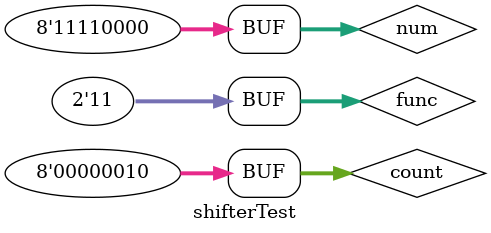
<source format=sv>
`timescale 1ns / 1ps


module shifterTest(

    );
    reg [7:0] num, count ,out;
    reg [1:0] func;
    Shifter s(num, count, func, out);
    initial begin
        num = 8'b11110000;
        count = 2;
        func = 0;
        #10;
        num = 8'b11110000;
        count = 2;
        func = 1;
        #10;
        num = 8'b11110000;
        count = 2;
        func = 2;
        #10;
        num = 8'b11110000;
        count = 2;
        func = 3;
        #10;
    end
endmodule

</source>
